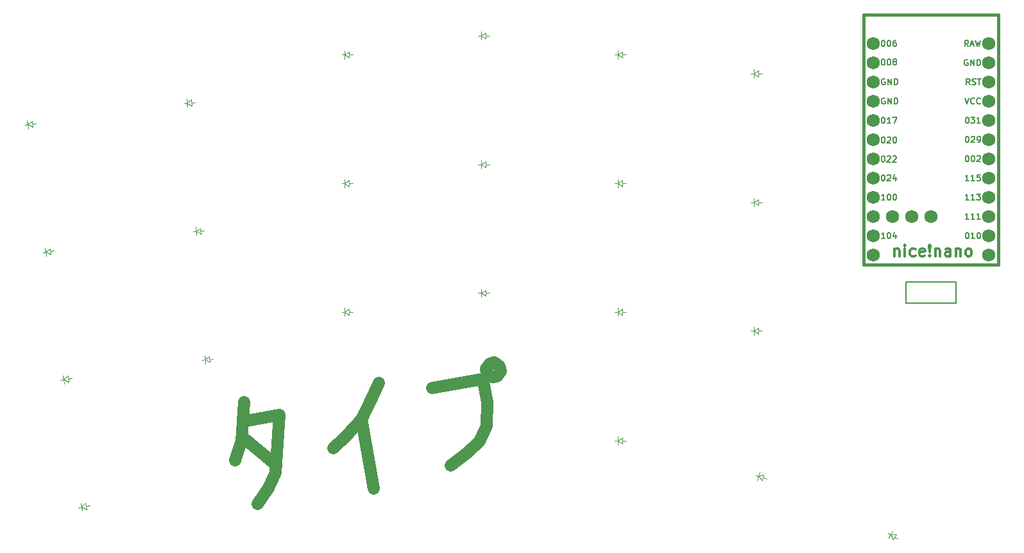
<source format=gbr>
%TF.GenerationSoftware,KiCad,Pcbnew,9.0.3*%
%TF.CreationDate,2025-07-25T16:03:50+02:00*%
%TF.ProjectId,left_pcb,6c656674-5f70-4636-922e-6b696361645f,v1.0.0*%
%TF.SameCoordinates,Original*%
%TF.FileFunction,Legend,Top*%
%TF.FilePolarity,Positive*%
%FSLAX46Y46*%
G04 Gerber Fmt 4.6, Leading zero omitted, Abs format (unit mm)*
G04 Created by KiCad (PCBNEW 9.0.3) date 2025-07-25 16:03:50*
%MOMM*%
%LPD*%
G01*
G04 APERTURE LIST*
%ADD10C,1.625000*%
%ADD11C,0.150000*%
%ADD12C,0.300000*%
%ADD13C,0.100000*%
%ADD14C,0.381000*%
%ADD15C,1.752600*%
G04 APERTURE END LIST*
D10*
X109026592Y-144359742D02*
X112719786Y-147480117D01*
X108776263Y-139375103D02*
X108596606Y-141921171D01*
X108596606Y-141921171D02*
X108416949Y-144467239D01*
X108416949Y-144467239D02*
X107627650Y-147120803D01*
X109206249Y-141813674D02*
X113473750Y-141061199D01*
X113473750Y-141061199D02*
X113294093Y-143607267D01*
X113294093Y-143607267D02*
X113114436Y-146153335D01*
X113114436Y-146153335D02*
X112934779Y-148699403D01*
X112934779Y-148699403D02*
X112037982Y-150743325D01*
X112037982Y-150743325D02*
X110531543Y-152894743D01*
X124267665Y-141672330D02*
X125880112Y-150816973D01*
X126563404Y-136867347D02*
X125666608Y-138911269D01*
X125666608Y-138911269D02*
X124267665Y-141672330D01*
X124267665Y-141672330D02*
X122151583Y-143931245D01*
X122151583Y-143931245D02*
X120537647Y-145473020D01*
X133591966Y-137513814D02*
X140298038Y-136331353D01*
X140298038Y-136331353D02*
X140835520Y-139379567D01*
X140835520Y-139379567D02*
X140763360Y-142535278D01*
X140763360Y-142535278D02*
X139866563Y-144579200D01*
X139866563Y-144579200D02*
X138252628Y-146120975D01*
X138252628Y-146120975D02*
X136029049Y-147770247D01*
X141194834Y-134287431D02*
X141804477Y-134179935D01*
X141804477Y-134179935D02*
X142521616Y-134682081D01*
X142521616Y-134682081D02*
X142629113Y-135291724D01*
X142629113Y-135291724D02*
X142126966Y-136008863D01*
X142126966Y-136008863D02*
X141517323Y-136116360D01*
X141517323Y-136116360D02*
X140800184Y-135614214D01*
X140800184Y-135614214D02*
X140692688Y-135004571D01*
X140692688Y-135004571D02*
X141194834Y-134287431D01*
D11*
X193121142Y-94090351D02*
X193197332Y-94090351D01*
X193197332Y-94090351D02*
X193273523Y-94128446D01*
X193273523Y-94128446D02*
X193311618Y-94166541D01*
X193311618Y-94166541D02*
X193349713Y-94242732D01*
X193349713Y-94242732D02*
X193387808Y-94395113D01*
X193387808Y-94395113D02*
X193387808Y-94585589D01*
X193387808Y-94585589D02*
X193349713Y-94737970D01*
X193349713Y-94737970D02*
X193311618Y-94814160D01*
X193311618Y-94814160D02*
X193273523Y-94852256D01*
X193273523Y-94852256D02*
X193197332Y-94890351D01*
X193197332Y-94890351D02*
X193121142Y-94890351D01*
X193121142Y-94890351D02*
X193044951Y-94852256D01*
X193044951Y-94852256D02*
X193006856Y-94814160D01*
X193006856Y-94814160D02*
X192968761Y-94737970D01*
X192968761Y-94737970D02*
X192930665Y-94585589D01*
X192930665Y-94585589D02*
X192930665Y-94395113D01*
X192930665Y-94395113D02*
X192968761Y-94242732D01*
X192968761Y-94242732D02*
X193006856Y-94166541D01*
X193006856Y-94166541D02*
X193044951Y-94128446D01*
X193044951Y-94128446D02*
X193121142Y-94090351D01*
X193883047Y-94090351D02*
X193959237Y-94090351D01*
X193959237Y-94090351D02*
X194035428Y-94128446D01*
X194035428Y-94128446D02*
X194073523Y-94166541D01*
X194073523Y-94166541D02*
X194111618Y-94242732D01*
X194111618Y-94242732D02*
X194149713Y-94395113D01*
X194149713Y-94395113D02*
X194149713Y-94585589D01*
X194149713Y-94585589D02*
X194111618Y-94737970D01*
X194111618Y-94737970D02*
X194073523Y-94814160D01*
X194073523Y-94814160D02*
X194035428Y-94852256D01*
X194035428Y-94852256D02*
X193959237Y-94890351D01*
X193959237Y-94890351D02*
X193883047Y-94890351D01*
X193883047Y-94890351D02*
X193806856Y-94852256D01*
X193806856Y-94852256D02*
X193768761Y-94814160D01*
X193768761Y-94814160D02*
X193730666Y-94737970D01*
X193730666Y-94737970D02*
X193692570Y-94585589D01*
X193692570Y-94585589D02*
X193692570Y-94395113D01*
X193692570Y-94395113D02*
X193730666Y-94242732D01*
X193730666Y-94242732D02*
X193768761Y-94166541D01*
X193768761Y-94166541D02*
X193806856Y-94128446D01*
X193806856Y-94128446D02*
X193883047Y-94090351D01*
X194606856Y-94433208D02*
X194530666Y-94395113D01*
X194530666Y-94395113D02*
X194492571Y-94357017D01*
X194492571Y-94357017D02*
X194454475Y-94280827D01*
X194454475Y-94280827D02*
X194454475Y-94242732D01*
X194454475Y-94242732D02*
X194492571Y-94166541D01*
X194492571Y-94166541D02*
X194530666Y-94128446D01*
X194530666Y-94128446D02*
X194606856Y-94090351D01*
X194606856Y-94090351D02*
X194759237Y-94090351D01*
X194759237Y-94090351D02*
X194835428Y-94128446D01*
X194835428Y-94128446D02*
X194873523Y-94166541D01*
X194873523Y-94166541D02*
X194911618Y-94242732D01*
X194911618Y-94242732D02*
X194911618Y-94280827D01*
X194911618Y-94280827D02*
X194873523Y-94357017D01*
X194873523Y-94357017D02*
X194835428Y-94395113D01*
X194835428Y-94395113D02*
X194759237Y-94433208D01*
X194759237Y-94433208D02*
X194606856Y-94433208D01*
X194606856Y-94433208D02*
X194530666Y-94471303D01*
X194530666Y-94471303D02*
X194492571Y-94509398D01*
X194492571Y-94509398D02*
X194454475Y-94585589D01*
X194454475Y-94585589D02*
X194454475Y-94737970D01*
X194454475Y-94737970D02*
X194492571Y-94814160D01*
X194492571Y-94814160D02*
X194530666Y-94852256D01*
X194530666Y-94852256D02*
X194606856Y-94890351D01*
X194606856Y-94890351D02*
X194759237Y-94890351D01*
X194759237Y-94890351D02*
X194835428Y-94852256D01*
X194835428Y-94852256D02*
X194873523Y-94814160D01*
X194873523Y-94814160D02*
X194911618Y-94737970D01*
X194911618Y-94737970D02*
X194911618Y-94585589D01*
X194911618Y-94585589D02*
X194873523Y-94509398D01*
X194873523Y-94509398D02*
X194835428Y-94471303D01*
X194835428Y-94471303D02*
X194759237Y-94433208D01*
X193121142Y-101790351D02*
X193197332Y-101790351D01*
X193197332Y-101790351D02*
X193273523Y-101828446D01*
X193273523Y-101828446D02*
X193311618Y-101866541D01*
X193311618Y-101866541D02*
X193349713Y-101942732D01*
X193349713Y-101942732D02*
X193387808Y-102095113D01*
X193387808Y-102095113D02*
X193387808Y-102285589D01*
X193387808Y-102285589D02*
X193349713Y-102437970D01*
X193349713Y-102437970D02*
X193311618Y-102514160D01*
X193311618Y-102514160D02*
X193273523Y-102552256D01*
X193273523Y-102552256D02*
X193197332Y-102590351D01*
X193197332Y-102590351D02*
X193121142Y-102590351D01*
X193121142Y-102590351D02*
X193044951Y-102552256D01*
X193044951Y-102552256D02*
X193006856Y-102514160D01*
X193006856Y-102514160D02*
X192968761Y-102437970D01*
X192968761Y-102437970D02*
X192930665Y-102285589D01*
X192930665Y-102285589D02*
X192930665Y-102095113D01*
X192930665Y-102095113D02*
X192968761Y-101942732D01*
X192968761Y-101942732D02*
X193006856Y-101866541D01*
X193006856Y-101866541D02*
X193044951Y-101828446D01*
X193044951Y-101828446D02*
X193121142Y-101790351D01*
X194149713Y-102590351D02*
X193692570Y-102590351D01*
X193921142Y-102590351D02*
X193921142Y-101790351D01*
X193921142Y-101790351D02*
X193844951Y-101904636D01*
X193844951Y-101904636D02*
X193768761Y-101980827D01*
X193768761Y-101980827D02*
X193692570Y-102018922D01*
X194416380Y-101790351D02*
X194949714Y-101790351D01*
X194949714Y-101790351D02*
X194606856Y-102590351D01*
X204608237Y-97500351D02*
X204341570Y-97119398D01*
X204151094Y-97500351D02*
X204151094Y-96700351D01*
X204151094Y-96700351D02*
X204455856Y-96700351D01*
X204455856Y-96700351D02*
X204532046Y-96738446D01*
X204532046Y-96738446D02*
X204570141Y-96776541D01*
X204570141Y-96776541D02*
X204608237Y-96852732D01*
X204608237Y-96852732D02*
X204608237Y-96967017D01*
X204608237Y-96967017D02*
X204570141Y-97043208D01*
X204570141Y-97043208D02*
X204532046Y-97081303D01*
X204532046Y-97081303D02*
X204455856Y-97119398D01*
X204455856Y-97119398D02*
X204151094Y-97119398D01*
X204912998Y-97462256D02*
X205027284Y-97500351D01*
X205027284Y-97500351D02*
X205217760Y-97500351D01*
X205217760Y-97500351D02*
X205293951Y-97462256D01*
X205293951Y-97462256D02*
X205332046Y-97424160D01*
X205332046Y-97424160D02*
X205370141Y-97347970D01*
X205370141Y-97347970D02*
X205370141Y-97271779D01*
X205370141Y-97271779D02*
X205332046Y-97195589D01*
X205332046Y-97195589D02*
X205293951Y-97157494D01*
X205293951Y-97157494D02*
X205217760Y-97119398D01*
X205217760Y-97119398D02*
X205065379Y-97081303D01*
X205065379Y-97081303D02*
X204989189Y-97043208D01*
X204989189Y-97043208D02*
X204951094Y-97005113D01*
X204951094Y-97005113D02*
X204912998Y-96928922D01*
X204912998Y-96928922D02*
X204912998Y-96852732D01*
X204912998Y-96852732D02*
X204951094Y-96776541D01*
X204951094Y-96776541D02*
X204989189Y-96738446D01*
X204989189Y-96738446D02*
X205065379Y-96700351D01*
X205065379Y-96700351D02*
X205255856Y-96700351D01*
X205255856Y-96700351D02*
X205370141Y-96738446D01*
X205598713Y-96700351D02*
X206055856Y-96700351D01*
X205827284Y-97500351D02*
X205827284Y-96700351D01*
X193121142Y-104390351D02*
X193197332Y-104390351D01*
X193197332Y-104390351D02*
X193273523Y-104428446D01*
X193273523Y-104428446D02*
X193311618Y-104466541D01*
X193311618Y-104466541D02*
X193349713Y-104542732D01*
X193349713Y-104542732D02*
X193387808Y-104695113D01*
X193387808Y-104695113D02*
X193387808Y-104885589D01*
X193387808Y-104885589D02*
X193349713Y-105037970D01*
X193349713Y-105037970D02*
X193311618Y-105114160D01*
X193311618Y-105114160D02*
X193273523Y-105152256D01*
X193273523Y-105152256D02*
X193197332Y-105190351D01*
X193197332Y-105190351D02*
X193121142Y-105190351D01*
X193121142Y-105190351D02*
X193044951Y-105152256D01*
X193044951Y-105152256D02*
X193006856Y-105114160D01*
X193006856Y-105114160D02*
X192968761Y-105037970D01*
X192968761Y-105037970D02*
X192930665Y-104885589D01*
X192930665Y-104885589D02*
X192930665Y-104695113D01*
X192930665Y-104695113D02*
X192968761Y-104542732D01*
X192968761Y-104542732D02*
X193006856Y-104466541D01*
X193006856Y-104466541D02*
X193044951Y-104428446D01*
X193044951Y-104428446D02*
X193121142Y-104390351D01*
X193692570Y-104466541D02*
X193730666Y-104428446D01*
X193730666Y-104428446D02*
X193806856Y-104390351D01*
X193806856Y-104390351D02*
X193997332Y-104390351D01*
X193997332Y-104390351D02*
X194073523Y-104428446D01*
X194073523Y-104428446D02*
X194111618Y-104466541D01*
X194111618Y-104466541D02*
X194149713Y-104542732D01*
X194149713Y-104542732D02*
X194149713Y-104618922D01*
X194149713Y-104618922D02*
X194111618Y-104733208D01*
X194111618Y-104733208D02*
X193654475Y-105190351D01*
X193654475Y-105190351D02*
X194149713Y-105190351D01*
X194644952Y-104390351D02*
X194721142Y-104390351D01*
X194721142Y-104390351D02*
X194797333Y-104428446D01*
X194797333Y-104428446D02*
X194835428Y-104466541D01*
X194835428Y-104466541D02*
X194873523Y-104542732D01*
X194873523Y-104542732D02*
X194911618Y-104695113D01*
X194911618Y-104695113D02*
X194911618Y-104885589D01*
X194911618Y-104885589D02*
X194873523Y-105037970D01*
X194873523Y-105037970D02*
X194835428Y-105114160D01*
X194835428Y-105114160D02*
X194797333Y-105152256D01*
X194797333Y-105152256D02*
X194721142Y-105190351D01*
X194721142Y-105190351D02*
X194644952Y-105190351D01*
X194644952Y-105190351D02*
X194568761Y-105152256D01*
X194568761Y-105152256D02*
X194530666Y-105114160D01*
X194530666Y-105114160D02*
X194492571Y-105037970D01*
X194492571Y-105037970D02*
X194454475Y-104885589D01*
X194454475Y-104885589D02*
X194454475Y-104695113D01*
X194454475Y-104695113D02*
X194492571Y-104542732D01*
X194492571Y-104542732D02*
X194530666Y-104466541D01*
X194530666Y-104466541D02*
X194568761Y-104428446D01*
X194568761Y-104428446D02*
X194644952Y-104390351D01*
X193387808Y-112740351D02*
X192930665Y-112740351D01*
X193159237Y-112740351D02*
X193159237Y-111940351D01*
X193159237Y-111940351D02*
X193083046Y-112054636D01*
X193083046Y-112054636D02*
X193006856Y-112130827D01*
X193006856Y-112130827D02*
X192930665Y-112168922D01*
X193883047Y-111940351D02*
X193959237Y-111940351D01*
X193959237Y-111940351D02*
X194035428Y-111978446D01*
X194035428Y-111978446D02*
X194073523Y-112016541D01*
X194073523Y-112016541D02*
X194111618Y-112092732D01*
X194111618Y-112092732D02*
X194149713Y-112245113D01*
X194149713Y-112245113D02*
X194149713Y-112435589D01*
X194149713Y-112435589D02*
X194111618Y-112587970D01*
X194111618Y-112587970D02*
X194073523Y-112664160D01*
X194073523Y-112664160D02*
X194035428Y-112702256D01*
X194035428Y-112702256D02*
X193959237Y-112740351D01*
X193959237Y-112740351D02*
X193883047Y-112740351D01*
X193883047Y-112740351D02*
X193806856Y-112702256D01*
X193806856Y-112702256D02*
X193768761Y-112664160D01*
X193768761Y-112664160D02*
X193730666Y-112587970D01*
X193730666Y-112587970D02*
X193692570Y-112435589D01*
X193692570Y-112435589D02*
X193692570Y-112245113D01*
X193692570Y-112245113D02*
X193730666Y-112092732D01*
X193730666Y-112092732D02*
X193768761Y-112016541D01*
X193768761Y-112016541D02*
X193806856Y-111978446D01*
X193806856Y-111978446D02*
X193883047Y-111940351D01*
X194644952Y-111940351D02*
X194721142Y-111940351D01*
X194721142Y-111940351D02*
X194797333Y-111978446D01*
X194797333Y-111978446D02*
X194835428Y-112016541D01*
X194835428Y-112016541D02*
X194873523Y-112092732D01*
X194873523Y-112092732D02*
X194911618Y-112245113D01*
X194911618Y-112245113D02*
X194911618Y-112435589D01*
X194911618Y-112435589D02*
X194873523Y-112587970D01*
X194873523Y-112587970D02*
X194835428Y-112664160D01*
X194835428Y-112664160D02*
X194797333Y-112702256D01*
X194797333Y-112702256D02*
X194721142Y-112740351D01*
X194721142Y-112740351D02*
X194644952Y-112740351D01*
X194644952Y-112740351D02*
X194568761Y-112702256D01*
X194568761Y-112702256D02*
X194530666Y-112664160D01*
X194530666Y-112664160D02*
X194492571Y-112587970D01*
X194492571Y-112587970D02*
X194454475Y-112435589D01*
X194454475Y-112435589D02*
X194454475Y-112245113D01*
X194454475Y-112245113D02*
X194492571Y-112092732D01*
X194492571Y-112092732D02*
X194530666Y-112016541D01*
X194530666Y-112016541D02*
X194568761Y-111978446D01*
X194568761Y-111978446D02*
X194644952Y-111940351D01*
X204462189Y-115280351D02*
X204005046Y-115280351D01*
X204233618Y-115280351D02*
X204233618Y-114480351D01*
X204233618Y-114480351D02*
X204157427Y-114594636D01*
X204157427Y-114594636D02*
X204081237Y-114670827D01*
X204081237Y-114670827D02*
X204005046Y-114708922D01*
X205224094Y-115280351D02*
X204766951Y-115280351D01*
X204995523Y-115280351D02*
X204995523Y-114480351D01*
X204995523Y-114480351D02*
X204919332Y-114594636D01*
X204919332Y-114594636D02*
X204843142Y-114670827D01*
X204843142Y-114670827D02*
X204766951Y-114708922D01*
X205985999Y-115280351D02*
X205528856Y-115280351D01*
X205757428Y-115280351D02*
X205757428Y-114480351D01*
X205757428Y-114480351D02*
X205681237Y-114594636D01*
X205681237Y-114594636D02*
X205605047Y-114670827D01*
X205605047Y-114670827D02*
X205528856Y-114708922D01*
X193121142Y-91620351D02*
X193197332Y-91620351D01*
X193197332Y-91620351D02*
X193273523Y-91658446D01*
X193273523Y-91658446D02*
X193311618Y-91696541D01*
X193311618Y-91696541D02*
X193349713Y-91772732D01*
X193349713Y-91772732D02*
X193387808Y-91925113D01*
X193387808Y-91925113D02*
X193387808Y-92115589D01*
X193387808Y-92115589D02*
X193349713Y-92267970D01*
X193349713Y-92267970D02*
X193311618Y-92344160D01*
X193311618Y-92344160D02*
X193273523Y-92382256D01*
X193273523Y-92382256D02*
X193197332Y-92420351D01*
X193197332Y-92420351D02*
X193121142Y-92420351D01*
X193121142Y-92420351D02*
X193044951Y-92382256D01*
X193044951Y-92382256D02*
X193006856Y-92344160D01*
X193006856Y-92344160D02*
X192968761Y-92267970D01*
X192968761Y-92267970D02*
X192930665Y-92115589D01*
X192930665Y-92115589D02*
X192930665Y-91925113D01*
X192930665Y-91925113D02*
X192968761Y-91772732D01*
X192968761Y-91772732D02*
X193006856Y-91696541D01*
X193006856Y-91696541D02*
X193044951Y-91658446D01*
X193044951Y-91658446D02*
X193121142Y-91620351D01*
X193883047Y-91620351D02*
X193959237Y-91620351D01*
X193959237Y-91620351D02*
X194035428Y-91658446D01*
X194035428Y-91658446D02*
X194073523Y-91696541D01*
X194073523Y-91696541D02*
X194111618Y-91772732D01*
X194111618Y-91772732D02*
X194149713Y-91925113D01*
X194149713Y-91925113D02*
X194149713Y-92115589D01*
X194149713Y-92115589D02*
X194111618Y-92267970D01*
X194111618Y-92267970D02*
X194073523Y-92344160D01*
X194073523Y-92344160D02*
X194035428Y-92382256D01*
X194035428Y-92382256D02*
X193959237Y-92420351D01*
X193959237Y-92420351D02*
X193883047Y-92420351D01*
X193883047Y-92420351D02*
X193806856Y-92382256D01*
X193806856Y-92382256D02*
X193768761Y-92344160D01*
X193768761Y-92344160D02*
X193730666Y-92267970D01*
X193730666Y-92267970D02*
X193692570Y-92115589D01*
X193692570Y-92115589D02*
X193692570Y-91925113D01*
X193692570Y-91925113D02*
X193730666Y-91772732D01*
X193730666Y-91772732D02*
X193768761Y-91696541D01*
X193768761Y-91696541D02*
X193806856Y-91658446D01*
X193806856Y-91658446D02*
X193883047Y-91620351D01*
X194835428Y-91620351D02*
X194683047Y-91620351D01*
X194683047Y-91620351D02*
X194606856Y-91658446D01*
X194606856Y-91658446D02*
X194568761Y-91696541D01*
X194568761Y-91696541D02*
X194492571Y-91810827D01*
X194492571Y-91810827D02*
X194454475Y-91963208D01*
X194454475Y-91963208D02*
X194454475Y-92267970D01*
X194454475Y-92267970D02*
X194492571Y-92344160D01*
X194492571Y-92344160D02*
X194530666Y-92382256D01*
X194530666Y-92382256D02*
X194606856Y-92420351D01*
X194606856Y-92420351D02*
X194759237Y-92420351D01*
X194759237Y-92420351D02*
X194835428Y-92382256D01*
X194835428Y-92382256D02*
X194873523Y-92344160D01*
X194873523Y-92344160D02*
X194911618Y-92267970D01*
X194911618Y-92267970D02*
X194911618Y-92077494D01*
X194911618Y-92077494D02*
X194873523Y-92001303D01*
X194873523Y-92001303D02*
X194835428Y-91963208D01*
X194835428Y-91963208D02*
X194759237Y-91925113D01*
X194759237Y-91925113D02*
X194606856Y-91925113D01*
X194606856Y-91925113D02*
X194530666Y-91963208D01*
X194530666Y-91963208D02*
X194492571Y-92001303D01*
X194492571Y-92001303D02*
X194454475Y-92077494D01*
X193121143Y-109400349D02*
X193197333Y-109400349D01*
X193197333Y-109400349D02*
X193273524Y-109438444D01*
X193273524Y-109438444D02*
X193311619Y-109476539D01*
X193311619Y-109476539D02*
X193349714Y-109552730D01*
X193349714Y-109552730D02*
X193387809Y-109705111D01*
X193387809Y-109705111D02*
X193387809Y-109895587D01*
X193387809Y-109895587D02*
X193349714Y-110047968D01*
X193349714Y-110047968D02*
X193311619Y-110124158D01*
X193311619Y-110124158D02*
X193273524Y-110162254D01*
X193273524Y-110162254D02*
X193197333Y-110200349D01*
X193197333Y-110200349D02*
X193121143Y-110200349D01*
X193121143Y-110200349D02*
X193044952Y-110162254D01*
X193044952Y-110162254D02*
X193006857Y-110124158D01*
X193006857Y-110124158D02*
X192968762Y-110047968D01*
X192968762Y-110047968D02*
X192930666Y-109895587D01*
X192930666Y-109895587D02*
X192930666Y-109705111D01*
X192930666Y-109705111D02*
X192968762Y-109552730D01*
X192968762Y-109552730D02*
X193006857Y-109476539D01*
X193006857Y-109476539D02*
X193044952Y-109438444D01*
X193044952Y-109438444D02*
X193121143Y-109400349D01*
X193692571Y-109476539D02*
X193730667Y-109438444D01*
X193730667Y-109438444D02*
X193806857Y-109400349D01*
X193806857Y-109400349D02*
X193997333Y-109400349D01*
X193997333Y-109400349D02*
X194073524Y-109438444D01*
X194073524Y-109438444D02*
X194111619Y-109476539D01*
X194111619Y-109476539D02*
X194149714Y-109552730D01*
X194149714Y-109552730D02*
X194149714Y-109628920D01*
X194149714Y-109628920D02*
X194111619Y-109743206D01*
X194111619Y-109743206D02*
X193654476Y-110200349D01*
X193654476Y-110200349D02*
X194149714Y-110200349D01*
X194835429Y-109667015D02*
X194835429Y-110200349D01*
X194644953Y-109362254D02*
X194454476Y-109933682D01*
X194454476Y-109933682D02*
X194949715Y-109933682D01*
X193387808Y-117820351D02*
X192930665Y-117820351D01*
X193159237Y-117820351D02*
X193159237Y-117020351D01*
X193159237Y-117020351D02*
X193083046Y-117134636D01*
X193083046Y-117134636D02*
X193006856Y-117210827D01*
X193006856Y-117210827D02*
X192930665Y-117248922D01*
X193883047Y-117020351D02*
X193959237Y-117020351D01*
X193959237Y-117020351D02*
X194035428Y-117058446D01*
X194035428Y-117058446D02*
X194073523Y-117096541D01*
X194073523Y-117096541D02*
X194111618Y-117172732D01*
X194111618Y-117172732D02*
X194149713Y-117325113D01*
X194149713Y-117325113D02*
X194149713Y-117515589D01*
X194149713Y-117515589D02*
X194111618Y-117667970D01*
X194111618Y-117667970D02*
X194073523Y-117744160D01*
X194073523Y-117744160D02*
X194035428Y-117782256D01*
X194035428Y-117782256D02*
X193959237Y-117820351D01*
X193959237Y-117820351D02*
X193883047Y-117820351D01*
X193883047Y-117820351D02*
X193806856Y-117782256D01*
X193806856Y-117782256D02*
X193768761Y-117744160D01*
X193768761Y-117744160D02*
X193730666Y-117667970D01*
X193730666Y-117667970D02*
X193692570Y-117515589D01*
X193692570Y-117515589D02*
X193692570Y-117325113D01*
X193692570Y-117325113D02*
X193730666Y-117172732D01*
X193730666Y-117172732D02*
X193768761Y-117096541D01*
X193768761Y-117096541D02*
X193806856Y-117058446D01*
X193806856Y-117058446D02*
X193883047Y-117020351D01*
X194835428Y-117287017D02*
X194835428Y-117820351D01*
X194644952Y-116982256D02*
X194454475Y-117553684D01*
X194454475Y-117553684D02*
X194949714Y-117553684D01*
X193387808Y-96738446D02*
X193311618Y-96700351D01*
X193311618Y-96700351D02*
X193197332Y-96700351D01*
X193197332Y-96700351D02*
X193083046Y-96738446D01*
X193083046Y-96738446D02*
X193006856Y-96814636D01*
X193006856Y-96814636D02*
X192968761Y-96890827D01*
X192968761Y-96890827D02*
X192930665Y-97043208D01*
X192930665Y-97043208D02*
X192930665Y-97157494D01*
X192930665Y-97157494D02*
X192968761Y-97309875D01*
X192968761Y-97309875D02*
X193006856Y-97386065D01*
X193006856Y-97386065D02*
X193083046Y-97462256D01*
X193083046Y-97462256D02*
X193197332Y-97500351D01*
X193197332Y-97500351D02*
X193273523Y-97500351D01*
X193273523Y-97500351D02*
X193387808Y-97462256D01*
X193387808Y-97462256D02*
X193425904Y-97424160D01*
X193425904Y-97424160D02*
X193425904Y-97157494D01*
X193425904Y-97157494D02*
X193273523Y-97157494D01*
X193768761Y-97500351D02*
X193768761Y-96700351D01*
X193768761Y-96700351D02*
X194225904Y-97500351D01*
X194225904Y-97500351D02*
X194225904Y-96700351D01*
X194606856Y-97500351D02*
X194606856Y-96700351D01*
X194606856Y-96700351D02*
X194797332Y-96700351D01*
X194797332Y-96700351D02*
X194911618Y-96738446D01*
X194911618Y-96738446D02*
X194987808Y-96814636D01*
X194987808Y-96814636D02*
X195025903Y-96890827D01*
X195025903Y-96890827D02*
X195063999Y-97043208D01*
X195063999Y-97043208D02*
X195063999Y-97157494D01*
X195063999Y-97157494D02*
X195025903Y-97309875D01*
X195025903Y-97309875D02*
X194987808Y-97386065D01*
X194987808Y-97386065D02*
X194911618Y-97462256D01*
X194911618Y-97462256D02*
X194797332Y-97500351D01*
X194797332Y-97500351D02*
X194606856Y-97500351D01*
X204195523Y-106860351D02*
X204271713Y-106860351D01*
X204271713Y-106860351D02*
X204347904Y-106898446D01*
X204347904Y-106898446D02*
X204385999Y-106936541D01*
X204385999Y-106936541D02*
X204424094Y-107012732D01*
X204424094Y-107012732D02*
X204462189Y-107165113D01*
X204462189Y-107165113D02*
X204462189Y-107355589D01*
X204462189Y-107355589D02*
X204424094Y-107507970D01*
X204424094Y-107507970D02*
X204385999Y-107584160D01*
X204385999Y-107584160D02*
X204347904Y-107622256D01*
X204347904Y-107622256D02*
X204271713Y-107660351D01*
X204271713Y-107660351D02*
X204195523Y-107660351D01*
X204195523Y-107660351D02*
X204119332Y-107622256D01*
X204119332Y-107622256D02*
X204081237Y-107584160D01*
X204081237Y-107584160D02*
X204043142Y-107507970D01*
X204043142Y-107507970D02*
X204005046Y-107355589D01*
X204005046Y-107355589D02*
X204005046Y-107165113D01*
X204005046Y-107165113D02*
X204043142Y-107012732D01*
X204043142Y-107012732D02*
X204081237Y-106936541D01*
X204081237Y-106936541D02*
X204119332Y-106898446D01*
X204119332Y-106898446D02*
X204195523Y-106860351D01*
X204957428Y-106860351D02*
X205033618Y-106860351D01*
X205033618Y-106860351D02*
X205109809Y-106898446D01*
X205109809Y-106898446D02*
X205147904Y-106936541D01*
X205147904Y-106936541D02*
X205185999Y-107012732D01*
X205185999Y-107012732D02*
X205224094Y-107165113D01*
X205224094Y-107165113D02*
X205224094Y-107355589D01*
X205224094Y-107355589D02*
X205185999Y-107507970D01*
X205185999Y-107507970D02*
X205147904Y-107584160D01*
X205147904Y-107584160D02*
X205109809Y-107622256D01*
X205109809Y-107622256D02*
X205033618Y-107660351D01*
X205033618Y-107660351D02*
X204957428Y-107660351D01*
X204957428Y-107660351D02*
X204881237Y-107622256D01*
X204881237Y-107622256D02*
X204843142Y-107584160D01*
X204843142Y-107584160D02*
X204805047Y-107507970D01*
X204805047Y-107507970D02*
X204766951Y-107355589D01*
X204766951Y-107355589D02*
X204766951Y-107165113D01*
X204766951Y-107165113D02*
X204805047Y-107012732D01*
X204805047Y-107012732D02*
X204843142Y-106936541D01*
X204843142Y-106936541D02*
X204881237Y-106898446D01*
X204881237Y-106898446D02*
X204957428Y-106860351D01*
X205528856Y-106936541D02*
X205566952Y-106898446D01*
X205566952Y-106898446D02*
X205643142Y-106860351D01*
X205643142Y-106860351D02*
X205833618Y-106860351D01*
X205833618Y-106860351D02*
X205909809Y-106898446D01*
X205909809Y-106898446D02*
X205947904Y-106936541D01*
X205947904Y-106936541D02*
X205985999Y-107012732D01*
X205985999Y-107012732D02*
X205985999Y-107088922D01*
X205985999Y-107088922D02*
X205947904Y-107203208D01*
X205947904Y-107203208D02*
X205490761Y-107660351D01*
X205490761Y-107660351D02*
X205985999Y-107660351D01*
X204195523Y-117020351D02*
X204271713Y-117020351D01*
X204271713Y-117020351D02*
X204347904Y-117058446D01*
X204347904Y-117058446D02*
X204385999Y-117096541D01*
X204385999Y-117096541D02*
X204424094Y-117172732D01*
X204424094Y-117172732D02*
X204462189Y-117325113D01*
X204462189Y-117325113D02*
X204462189Y-117515589D01*
X204462189Y-117515589D02*
X204424094Y-117667970D01*
X204424094Y-117667970D02*
X204385999Y-117744160D01*
X204385999Y-117744160D02*
X204347904Y-117782256D01*
X204347904Y-117782256D02*
X204271713Y-117820351D01*
X204271713Y-117820351D02*
X204195523Y-117820351D01*
X204195523Y-117820351D02*
X204119332Y-117782256D01*
X204119332Y-117782256D02*
X204081237Y-117744160D01*
X204081237Y-117744160D02*
X204043142Y-117667970D01*
X204043142Y-117667970D02*
X204005046Y-117515589D01*
X204005046Y-117515589D02*
X204005046Y-117325113D01*
X204005046Y-117325113D02*
X204043142Y-117172732D01*
X204043142Y-117172732D02*
X204081237Y-117096541D01*
X204081237Y-117096541D02*
X204119332Y-117058446D01*
X204119332Y-117058446D02*
X204195523Y-117020351D01*
X205224094Y-117820351D02*
X204766951Y-117820351D01*
X204995523Y-117820351D02*
X204995523Y-117020351D01*
X204995523Y-117020351D02*
X204919332Y-117134636D01*
X204919332Y-117134636D02*
X204843142Y-117210827D01*
X204843142Y-117210827D02*
X204766951Y-117248922D01*
X205719333Y-117020351D02*
X205795523Y-117020351D01*
X205795523Y-117020351D02*
X205871714Y-117058446D01*
X205871714Y-117058446D02*
X205909809Y-117096541D01*
X205909809Y-117096541D02*
X205947904Y-117172732D01*
X205947904Y-117172732D02*
X205985999Y-117325113D01*
X205985999Y-117325113D02*
X205985999Y-117515589D01*
X205985999Y-117515589D02*
X205947904Y-117667970D01*
X205947904Y-117667970D02*
X205909809Y-117744160D01*
X205909809Y-117744160D02*
X205871714Y-117782256D01*
X205871714Y-117782256D02*
X205795523Y-117820351D01*
X205795523Y-117820351D02*
X205719333Y-117820351D01*
X205719333Y-117820351D02*
X205643142Y-117782256D01*
X205643142Y-117782256D02*
X205605047Y-117744160D01*
X205605047Y-117744160D02*
X205566952Y-117667970D01*
X205566952Y-117667970D02*
X205528856Y-117515589D01*
X205528856Y-117515589D02*
X205528856Y-117325113D01*
X205528856Y-117325113D02*
X205566952Y-117172732D01*
X205566952Y-117172732D02*
X205605047Y-117096541D01*
X205605047Y-117096541D02*
X205643142Y-117058446D01*
X205643142Y-117058446D02*
X205719333Y-117020351D01*
X203928856Y-99240351D02*
X204195523Y-100040351D01*
X204195523Y-100040351D02*
X204462189Y-99240351D01*
X205185999Y-99964160D02*
X205147903Y-100002256D01*
X205147903Y-100002256D02*
X205033618Y-100040351D01*
X205033618Y-100040351D02*
X204957427Y-100040351D01*
X204957427Y-100040351D02*
X204843141Y-100002256D01*
X204843141Y-100002256D02*
X204766951Y-99926065D01*
X204766951Y-99926065D02*
X204728856Y-99849875D01*
X204728856Y-99849875D02*
X204690760Y-99697494D01*
X204690760Y-99697494D02*
X204690760Y-99583208D01*
X204690760Y-99583208D02*
X204728856Y-99430827D01*
X204728856Y-99430827D02*
X204766951Y-99354636D01*
X204766951Y-99354636D02*
X204843141Y-99278446D01*
X204843141Y-99278446D02*
X204957427Y-99240351D01*
X204957427Y-99240351D02*
X205033618Y-99240351D01*
X205033618Y-99240351D02*
X205147903Y-99278446D01*
X205147903Y-99278446D02*
X205185999Y-99316541D01*
X205985999Y-99964160D02*
X205947903Y-100002256D01*
X205947903Y-100002256D02*
X205833618Y-100040351D01*
X205833618Y-100040351D02*
X205757427Y-100040351D01*
X205757427Y-100040351D02*
X205643141Y-100002256D01*
X205643141Y-100002256D02*
X205566951Y-99926065D01*
X205566951Y-99926065D02*
X205528856Y-99849875D01*
X205528856Y-99849875D02*
X205490760Y-99697494D01*
X205490760Y-99697494D02*
X205490760Y-99583208D01*
X205490760Y-99583208D02*
X205528856Y-99430827D01*
X205528856Y-99430827D02*
X205566951Y-99354636D01*
X205566951Y-99354636D02*
X205643141Y-99278446D01*
X205643141Y-99278446D02*
X205757427Y-99240351D01*
X205757427Y-99240351D02*
X205833618Y-99240351D01*
X205833618Y-99240351D02*
X205947903Y-99278446D01*
X205947903Y-99278446D02*
X205985999Y-99316541D01*
X204462189Y-112740351D02*
X204005046Y-112740351D01*
X204233618Y-112740351D02*
X204233618Y-111940351D01*
X204233618Y-111940351D02*
X204157427Y-112054636D01*
X204157427Y-112054636D02*
X204081237Y-112130827D01*
X204081237Y-112130827D02*
X204005046Y-112168922D01*
X205224094Y-112740351D02*
X204766951Y-112740351D01*
X204995523Y-112740351D02*
X204995523Y-111940351D01*
X204995523Y-111940351D02*
X204919332Y-112054636D01*
X204919332Y-112054636D02*
X204843142Y-112130827D01*
X204843142Y-112130827D02*
X204766951Y-112168922D01*
X205490761Y-111940351D02*
X205985999Y-111940351D01*
X205985999Y-111940351D02*
X205719333Y-112245113D01*
X205719333Y-112245113D02*
X205833618Y-112245113D01*
X205833618Y-112245113D02*
X205909809Y-112283208D01*
X205909809Y-112283208D02*
X205947904Y-112321303D01*
X205947904Y-112321303D02*
X205985999Y-112397494D01*
X205985999Y-112397494D02*
X205985999Y-112587970D01*
X205985999Y-112587970D02*
X205947904Y-112664160D01*
X205947904Y-112664160D02*
X205909809Y-112702256D01*
X205909809Y-112702256D02*
X205833618Y-112740351D01*
X205833618Y-112740351D02*
X205605047Y-112740351D01*
X205605047Y-112740351D02*
X205528856Y-112702256D01*
X205528856Y-112702256D02*
X205490761Y-112664160D01*
X193387808Y-99278446D02*
X193311618Y-99240351D01*
X193311618Y-99240351D02*
X193197332Y-99240351D01*
X193197332Y-99240351D02*
X193083046Y-99278446D01*
X193083046Y-99278446D02*
X193006856Y-99354636D01*
X193006856Y-99354636D02*
X192968761Y-99430827D01*
X192968761Y-99430827D02*
X192930665Y-99583208D01*
X192930665Y-99583208D02*
X192930665Y-99697494D01*
X192930665Y-99697494D02*
X192968761Y-99849875D01*
X192968761Y-99849875D02*
X193006856Y-99926065D01*
X193006856Y-99926065D02*
X193083046Y-100002256D01*
X193083046Y-100002256D02*
X193197332Y-100040351D01*
X193197332Y-100040351D02*
X193273523Y-100040351D01*
X193273523Y-100040351D02*
X193387808Y-100002256D01*
X193387808Y-100002256D02*
X193425904Y-99964160D01*
X193425904Y-99964160D02*
X193425904Y-99697494D01*
X193425904Y-99697494D02*
X193273523Y-99697494D01*
X193768761Y-100040351D02*
X193768761Y-99240351D01*
X193768761Y-99240351D02*
X194225904Y-100040351D01*
X194225904Y-100040351D02*
X194225904Y-99240351D01*
X194606856Y-100040351D02*
X194606856Y-99240351D01*
X194606856Y-99240351D02*
X194797332Y-99240351D01*
X194797332Y-99240351D02*
X194911618Y-99278446D01*
X194911618Y-99278446D02*
X194987808Y-99354636D01*
X194987808Y-99354636D02*
X195025903Y-99430827D01*
X195025903Y-99430827D02*
X195063999Y-99583208D01*
X195063999Y-99583208D02*
X195063999Y-99697494D01*
X195063999Y-99697494D02*
X195025903Y-99849875D01*
X195025903Y-99849875D02*
X194987808Y-99926065D01*
X194987808Y-99926065D02*
X194911618Y-100002256D01*
X194911618Y-100002256D02*
X194797332Y-100040351D01*
X194797332Y-100040351D02*
X194606856Y-100040351D01*
X204303475Y-94198446D02*
X204227285Y-94160351D01*
X204227285Y-94160351D02*
X204112999Y-94160351D01*
X204112999Y-94160351D02*
X203998713Y-94198446D01*
X203998713Y-94198446D02*
X203922523Y-94274636D01*
X203922523Y-94274636D02*
X203884428Y-94350827D01*
X203884428Y-94350827D02*
X203846332Y-94503208D01*
X203846332Y-94503208D02*
X203846332Y-94617494D01*
X203846332Y-94617494D02*
X203884428Y-94769875D01*
X203884428Y-94769875D02*
X203922523Y-94846065D01*
X203922523Y-94846065D02*
X203998713Y-94922256D01*
X203998713Y-94922256D02*
X204112999Y-94960351D01*
X204112999Y-94960351D02*
X204189190Y-94960351D01*
X204189190Y-94960351D02*
X204303475Y-94922256D01*
X204303475Y-94922256D02*
X204341571Y-94884160D01*
X204341571Y-94884160D02*
X204341571Y-94617494D01*
X204341571Y-94617494D02*
X204189190Y-94617494D01*
X204684428Y-94960351D02*
X204684428Y-94160351D01*
X204684428Y-94160351D02*
X205141571Y-94960351D01*
X205141571Y-94960351D02*
X205141571Y-94160351D01*
X205522523Y-94960351D02*
X205522523Y-94160351D01*
X205522523Y-94160351D02*
X205712999Y-94160351D01*
X205712999Y-94160351D02*
X205827285Y-94198446D01*
X205827285Y-94198446D02*
X205903475Y-94274636D01*
X205903475Y-94274636D02*
X205941570Y-94350827D01*
X205941570Y-94350827D02*
X205979666Y-94503208D01*
X205979666Y-94503208D02*
X205979666Y-94617494D01*
X205979666Y-94617494D02*
X205941570Y-94769875D01*
X205941570Y-94769875D02*
X205903475Y-94846065D01*
X205903475Y-94846065D02*
X205827285Y-94922256D01*
X205827285Y-94922256D02*
X205712999Y-94960351D01*
X205712999Y-94960351D02*
X205522523Y-94960351D01*
X204195523Y-104320351D02*
X204271713Y-104320351D01*
X204271713Y-104320351D02*
X204347904Y-104358446D01*
X204347904Y-104358446D02*
X204385999Y-104396541D01*
X204385999Y-104396541D02*
X204424094Y-104472732D01*
X204424094Y-104472732D02*
X204462189Y-104625113D01*
X204462189Y-104625113D02*
X204462189Y-104815589D01*
X204462189Y-104815589D02*
X204424094Y-104967970D01*
X204424094Y-104967970D02*
X204385999Y-105044160D01*
X204385999Y-105044160D02*
X204347904Y-105082256D01*
X204347904Y-105082256D02*
X204271713Y-105120351D01*
X204271713Y-105120351D02*
X204195523Y-105120351D01*
X204195523Y-105120351D02*
X204119332Y-105082256D01*
X204119332Y-105082256D02*
X204081237Y-105044160D01*
X204081237Y-105044160D02*
X204043142Y-104967970D01*
X204043142Y-104967970D02*
X204005046Y-104815589D01*
X204005046Y-104815589D02*
X204005046Y-104625113D01*
X204005046Y-104625113D02*
X204043142Y-104472732D01*
X204043142Y-104472732D02*
X204081237Y-104396541D01*
X204081237Y-104396541D02*
X204119332Y-104358446D01*
X204119332Y-104358446D02*
X204195523Y-104320351D01*
X204766951Y-104396541D02*
X204805047Y-104358446D01*
X204805047Y-104358446D02*
X204881237Y-104320351D01*
X204881237Y-104320351D02*
X205071713Y-104320351D01*
X205071713Y-104320351D02*
X205147904Y-104358446D01*
X205147904Y-104358446D02*
X205185999Y-104396541D01*
X205185999Y-104396541D02*
X205224094Y-104472732D01*
X205224094Y-104472732D02*
X205224094Y-104548922D01*
X205224094Y-104548922D02*
X205185999Y-104663208D01*
X205185999Y-104663208D02*
X204728856Y-105120351D01*
X204728856Y-105120351D02*
X205224094Y-105120351D01*
X205605047Y-105120351D02*
X205757428Y-105120351D01*
X205757428Y-105120351D02*
X205833618Y-105082256D01*
X205833618Y-105082256D02*
X205871714Y-105044160D01*
X205871714Y-105044160D02*
X205947904Y-104929875D01*
X205947904Y-104929875D02*
X205985999Y-104777494D01*
X205985999Y-104777494D02*
X205985999Y-104472732D01*
X205985999Y-104472732D02*
X205947904Y-104396541D01*
X205947904Y-104396541D02*
X205909809Y-104358446D01*
X205909809Y-104358446D02*
X205833618Y-104320351D01*
X205833618Y-104320351D02*
X205681237Y-104320351D01*
X205681237Y-104320351D02*
X205605047Y-104358446D01*
X205605047Y-104358446D02*
X205566952Y-104396541D01*
X205566952Y-104396541D02*
X205528856Y-104472732D01*
X205528856Y-104472732D02*
X205528856Y-104663208D01*
X205528856Y-104663208D02*
X205566952Y-104739398D01*
X205566952Y-104739398D02*
X205605047Y-104777494D01*
X205605047Y-104777494D02*
X205681237Y-104815589D01*
X205681237Y-104815589D02*
X205833618Y-104815589D01*
X205833618Y-104815589D02*
X205909809Y-104777494D01*
X205909809Y-104777494D02*
X205947904Y-104739398D01*
X205947904Y-104739398D02*
X205985999Y-104663208D01*
D12*
X194676617Y-119168384D02*
X194676617Y-120168384D01*
X194676617Y-119311241D02*
X194748046Y-119239813D01*
X194748046Y-119239813D02*
X194890903Y-119168384D01*
X194890903Y-119168384D02*
X195105189Y-119168384D01*
X195105189Y-119168384D02*
X195248046Y-119239813D01*
X195248046Y-119239813D02*
X195319475Y-119382670D01*
X195319475Y-119382670D02*
X195319475Y-120168384D01*
X196033760Y-120168384D02*
X196033760Y-119168384D01*
X196033760Y-118668384D02*
X195962332Y-118739813D01*
X195962332Y-118739813D02*
X196033760Y-118811241D01*
X196033760Y-118811241D02*
X196105189Y-118739813D01*
X196105189Y-118739813D02*
X196033760Y-118668384D01*
X196033760Y-118668384D02*
X196033760Y-118811241D01*
X197390904Y-120096956D02*
X197248046Y-120168384D01*
X197248046Y-120168384D02*
X196962332Y-120168384D01*
X196962332Y-120168384D02*
X196819475Y-120096956D01*
X196819475Y-120096956D02*
X196748046Y-120025527D01*
X196748046Y-120025527D02*
X196676618Y-119882670D01*
X196676618Y-119882670D02*
X196676618Y-119454098D01*
X196676618Y-119454098D02*
X196748046Y-119311241D01*
X196748046Y-119311241D02*
X196819475Y-119239813D01*
X196819475Y-119239813D02*
X196962332Y-119168384D01*
X196962332Y-119168384D02*
X197248046Y-119168384D01*
X197248046Y-119168384D02*
X197390904Y-119239813D01*
X198605189Y-120096956D02*
X198462332Y-120168384D01*
X198462332Y-120168384D02*
X198176618Y-120168384D01*
X198176618Y-120168384D02*
X198033760Y-120096956D01*
X198033760Y-120096956D02*
X197962332Y-119954098D01*
X197962332Y-119954098D02*
X197962332Y-119382670D01*
X197962332Y-119382670D02*
X198033760Y-119239813D01*
X198033760Y-119239813D02*
X198176618Y-119168384D01*
X198176618Y-119168384D02*
X198462332Y-119168384D01*
X198462332Y-119168384D02*
X198605189Y-119239813D01*
X198605189Y-119239813D02*
X198676618Y-119382670D01*
X198676618Y-119382670D02*
X198676618Y-119525527D01*
X198676618Y-119525527D02*
X197962332Y-119668384D01*
X199319474Y-120025527D02*
X199390903Y-120096956D01*
X199390903Y-120096956D02*
X199319474Y-120168384D01*
X199319474Y-120168384D02*
X199248046Y-120096956D01*
X199248046Y-120096956D02*
X199319474Y-120025527D01*
X199319474Y-120025527D02*
X199319474Y-120168384D01*
X199319474Y-119596956D02*
X199248046Y-118739813D01*
X199248046Y-118739813D02*
X199319474Y-118668384D01*
X199319474Y-118668384D02*
X199390903Y-118739813D01*
X199390903Y-118739813D02*
X199319474Y-119596956D01*
X199319474Y-119596956D02*
X199319474Y-118668384D01*
X200033760Y-119168384D02*
X200033760Y-120168384D01*
X200033760Y-119311241D02*
X200105189Y-119239813D01*
X200105189Y-119239813D02*
X200248046Y-119168384D01*
X200248046Y-119168384D02*
X200462332Y-119168384D01*
X200462332Y-119168384D02*
X200605189Y-119239813D01*
X200605189Y-119239813D02*
X200676618Y-119382670D01*
X200676618Y-119382670D02*
X200676618Y-120168384D01*
X202033761Y-120168384D02*
X202033761Y-119382670D01*
X202033761Y-119382670D02*
X201962332Y-119239813D01*
X201962332Y-119239813D02*
X201819475Y-119168384D01*
X201819475Y-119168384D02*
X201533761Y-119168384D01*
X201533761Y-119168384D02*
X201390903Y-119239813D01*
X202033761Y-120096956D02*
X201890903Y-120168384D01*
X201890903Y-120168384D02*
X201533761Y-120168384D01*
X201533761Y-120168384D02*
X201390903Y-120096956D01*
X201390903Y-120096956D02*
X201319475Y-119954098D01*
X201319475Y-119954098D02*
X201319475Y-119811241D01*
X201319475Y-119811241D02*
X201390903Y-119668384D01*
X201390903Y-119668384D02*
X201533761Y-119596956D01*
X201533761Y-119596956D02*
X201890903Y-119596956D01*
X201890903Y-119596956D02*
X202033761Y-119525527D01*
X202748046Y-119168384D02*
X202748046Y-120168384D01*
X202748046Y-119311241D02*
X202819475Y-119239813D01*
X202819475Y-119239813D02*
X202962332Y-119168384D01*
X202962332Y-119168384D02*
X203176618Y-119168384D01*
X203176618Y-119168384D02*
X203319475Y-119239813D01*
X203319475Y-119239813D02*
X203390904Y-119382670D01*
X203390904Y-119382670D02*
X203390904Y-120168384D01*
X204319475Y-120168384D02*
X204176618Y-120096956D01*
X204176618Y-120096956D02*
X204105189Y-120025527D01*
X204105189Y-120025527D02*
X204033761Y-119882670D01*
X204033761Y-119882670D02*
X204033761Y-119454098D01*
X204033761Y-119454098D02*
X204105189Y-119311241D01*
X204105189Y-119311241D02*
X204176618Y-119239813D01*
X204176618Y-119239813D02*
X204319475Y-119168384D01*
X204319475Y-119168384D02*
X204533761Y-119168384D01*
X204533761Y-119168384D02*
X204676618Y-119239813D01*
X204676618Y-119239813D02*
X204748047Y-119311241D01*
X204748047Y-119311241D02*
X204819475Y-119454098D01*
X204819475Y-119454098D02*
X204819475Y-119882670D01*
X204819475Y-119882670D02*
X204748047Y-120025527D01*
X204748047Y-120025527D02*
X204676618Y-120096956D01*
X204676618Y-120096956D02*
X204533761Y-120168384D01*
X204533761Y-120168384D02*
X204319475Y-120168384D01*
D11*
X193121142Y-106890353D02*
X193197332Y-106890353D01*
X193197332Y-106890353D02*
X193273523Y-106928448D01*
X193273523Y-106928448D02*
X193311618Y-106966543D01*
X193311618Y-106966543D02*
X193349713Y-107042734D01*
X193349713Y-107042734D02*
X193387808Y-107195115D01*
X193387808Y-107195115D02*
X193387808Y-107385591D01*
X193387808Y-107385591D02*
X193349713Y-107537972D01*
X193349713Y-107537972D02*
X193311618Y-107614162D01*
X193311618Y-107614162D02*
X193273523Y-107652258D01*
X193273523Y-107652258D02*
X193197332Y-107690353D01*
X193197332Y-107690353D02*
X193121142Y-107690353D01*
X193121142Y-107690353D02*
X193044951Y-107652258D01*
X193044951Y-107652258D02*
X193006856Y-107614162D01*
X193006856Y-107614162D02*
X192968761Y-107537972D01*
X192968761Y-107537972D02*
X192930665Y-107385591D01*
X192930665Y-107385591D02*
X192930665Y-107195115D01*
X192930665Y-107195115D02*
X192968761Y-107042734D01*
X192968761Y-107042734D02*
X193006856Y-106966543D01*
X193006856Y-106966543D02*
X193044951Y-106928448D01*
X193044951Y-106928448D02*
X193121142Y-106890353D01*
X193692570Y-106966543D02*
X193730666Y-106928448D01*
X193730666Y-106928448D02*
X193806856Y-106890353D01*
X193806856Y-106890353D02*
X193997332Y-106890353D01*
X193997332Y-106890353D02*
X194073523Y-106928448D01*
X194073523Y-106928448D02*
X194111618Y-106966543D01*
X194111618Y-106966543D02*
X194149713Y-107042734D01*
X194149713Y-107042734D02*
X194149713Y-107118924D01*
X194149713Y-107118924D02*
X194111618Y-107233210D01*
X194111618Y-107233210D02*
X193654475Y-107690353D01*
X193654475Y-107690353D02*
X194149713Y-107690353D01*
X194454475Y-106966543D02*
X194492571Y-106928448D01*
X194492571Y-106928448D02*
X194568761Y-106890353D01*
X194568761Y-106890353D02*
X194759237Y-106890353D01*
X194759237Y-106890353D02*
X194835428Y-106928448D01*
X194835428Y-106928448D02*
X194873523Y-106966543D01*
X194873523Y-106966543D02*
X194911618Y-107042734D01*
X194911618Y-107042734D02*
X194911618Y-107118924D01*
X194911618Y-107118924D02*
X194873523Y-107233210D01*
X194873523Y-107233210D02*
X194416380Y-107690353D01*
X194416380Y-107690353D02*
X194911618Y-107690353D01*
X204379666Y-92420351D02*
X204112999Y-92039398D01*
X203922523Y-92420351D02*
X203922523Y-91620351D01*
X203922523Y-91620351D02*
X204227285Y-91620351D01*
X204227285Y-91620351D02*
X204303475Y-91658446D01*
X204303475Y-91658446D02*
X204341570Y-91696541D01*
X204341570Y-91696541D02*
X204379666Y-91772732D01*
X204379666Y-91772732D02*
X204379666Y-91887017D01*
X204379666Y-91887017D02*
X204341570Y-91963208D01*
X204341570Y-91963208D02*
X204303475Y-92001303D01*
X204303475Y-92001303D02*
X204227285Y-92039398D01*
X204227285Y-92039398D02*
X203922523Y-92039398D01*
X204684427Y-92191779D02*
X205065380Y-92191779D01*
X204608237Y-92420351D02*
X204874904Y-91620351D01*
X204874904Y-91620351D02*
X205141570Y-92420351D01*
X205332046Y-91620351D02*
X205522522Y-92420351D01*
X205522522Y-92420351D02*
X205674903Y-91848922D01*
X205674903Y-91848922D02*
X205827284Y-92420351D01*
X205827284Y-92420351D02*
X206017761Y-91620351D01*
X204195523Y-101780351D02*
X204271713Y-101780351D01*
X204271713Y-101780351D02*
X204347904Y-101818446D01*
X204347904Y-101818446D02*
X204385999Y-101856541D01*
X204385999Y-101856541D02*
X204424094Y-101932732D01*
X204424094Y-101932732D02*
X204462189Y-102085113D01*
X204462189Y-102085113D02*
X204462189Y-102275589D01*
X204462189Y-102275589D02*
X204424094Y-102427970D01*
X204424094Y-102427970D02*
X204385999Y-102504160D01*
X204385999Y-102504160D02*
X204347904Y-102542256D01*
X204347904Y-102542256D02*
X204271713Y-102580351D01*
X204271713Y-102580351D02*
X204195523Y-102580351D01*
X204195523Y-102580351D02*
X204119332Y-102542256D01*
X204119332Y-102542256D02*
X204081237Y-102504160D01*
X204081237Y-102504160D02*
X204043142Y-102427970D01*
X204043142Y-102427970D02*
X204005046Y-102275589D01*
X204005046Y-102275589D02*
X204005046Y-102085113D01*
X204005046Y-102085113D02*
X204043142Y-101932732D01*
X204043142Y-101932732D02*
X204081237Y-101856541D01*
X204081237Y-101856541D02*
X204119332Y-101818446D01*
X204119332Y-101818446D02*
X204195523Y-101780351D01*
X204728856Y-101780351D02*
X205224094Y-101780351D01*
X205224094Y-101780351D02*
X204957428Y-102085113D01*
X204957428Y-102085113D02*
X205071713Y-102085113D01*
X205071713Y-102085113D02*
X205147904Y-102123208D01*
X205147904Y-102123208D02*
X205185999Y-102161303D01*
X205185999Y-102161303D02*
X205224094Y-102237494D01*
X205224094Y-102237494D02*
X205224094Y-102427970D01*
X205224094Y-102427970D02*
X205185999Y-102504160D01*
X205185999Y-102504160D02*
X205147904Y-102542256D01*
X205147904Y-102542256D02*
X205071713Y-102580351D01*
X205071713Y-102580351D02*
X204843142Y-102580351D01*
X204843142Y-102580351D02*
X204766951Y-102542256D01*
X204766951Y-102542256D02*
X204728856Y-102504160D01*
X205985999Y-102580351D02*
X205528856Y-102580351D01*
X205757428Y-102580351D02*
X205757428Y-101780351D01*
X205757428Y-101780351D02*
X205681237Y-101894636D01*
X205681237Y-101894636D02*
X205605047Y-101970827D01*
X205605047Y-101970827D02*
X205528856Y-102008922D01*
X204462189Y-110200351D02*
X204005046Y-110200351D01*
X204233618Y-110200351D02*
X204233618Y-109400351D01*
X204233618Y-109400351D02*
X204157427Y-109514636D01*
X204157427Y-109514636D02*
X204081237Y-109590827D01*
X204081237Y-109590827D02*
X204005046Y-109628922D01*
X205224094Y-110200351D02*
X204766951Y-110200351D01*
X204995523Y-110200351D02*
X204995523Y-109400351D01*
X204995523Y-109400351D02*
X204919332Y-109514636D01*
X204919332Y-109514636D02*
X204843142Y-109590827D01*
X204843142Y-109590827D02*
X204766951Y-109628922D01*
X205947904Y-109400351D02*
X205566952Y-109400351D01*
X205566952Y-109400351D02*
X205528856Y-109781303D01*
X205528856Y-109781303D02*
X205566952Y-109743208D01*
X205566952Y-109743208D02*
X205643142Y-109705113D01*
X205643142Y-109705113D02*
X205833618Y-109705113D01*
X205833618Y-109705113D02*
X205909809Y-109743208D01*
X205909809Y-109743208D02*
X205947904Y-109781303D01*
X205947904Y-109781303D02*
X205985999Y-109857494D01*
X205985999Y-109857494D02*
X205985999Y-110047970D01*
X205985999Y-110047970D02*
X205947904Y-110124160D01*
X205947904Y-110124160D02*
X205909809Y-110162256D01*
X205909809Y-110162256D02*
X205833618Y-110200351D01*
X205833618Y-110200351D02*
X205643142Y-110200351D01*
X205643142Y-110200351D02*
X205566952Y-110162256D01*
X205566952Y-110162256D02*
X205528856Y-110124160D01*
%TO.C,T1*%
X196158338Y-123528052D02*
X196158336Y-126378054D01*
X197508336Y-126378054D02*
X201408336Y-126378054D01*
X199458336Y-126378054D02*
X196158336Y-126378054D01*
X199458336Y-126378054D02*
X202758336Y-126378053D01*
X202758336Y-123528054D02*
X196158338Y-123528052D01*
X202758336Y-126378053D02*
X202758336Y-123528054D01*
D13*
%TO.C,D3*%
X82247420Y-119663211D02*
X82643527Y-119607542D01*
X82643527Y-119607542D02*
X82566982Y-119062894D01*
X82643527Y-119607542D02*
X82720072Y-120152189D01*
X82643527Y-119607542D02*
X83182019Y-119127930D01*
X83182019Y-119127930D02*
X83293357Y-119920145D01*
X83237688Y-119524038D02*
X83732822Y-119454451D01*
X83293357Y-119920145D02*
X82643527Y-119607542D01*
%TO.C,D8*%
X121708336Y-127528058D02*
X122108337Y-127528055D01*
X122108337Y-127528055D02*
X122108336Y-128078058D01*
X122108337Y-127528055D02*
X122108337Y-126978055D01*
X122108337Y-127528055D02*
X122708337Y-127128055D01*
X122708337Y-127128055D02*
X122708337Y-127928055D01*
X122708337Y-127528055D02*
X123208338Y-127528052D01*
X122708337Y-127928055D02*
X122108337Y-127528055D01*
%TO.C,D14*%
X157708335Y-144528058D02*
X158108336Y-144528055D01*
X158108336Y-144528055D02*
X158108335Y-145078058D01*
X158108336Y-144528055D02*
X158108336Y-143978055D01*
X158108336Y-144528055D02*
X158708336Y-144128055D01*
X158708336Y-144128055D02*
X158708336Y-144928055D01*
X158708336Y-144528055D02*
X159208337Y-144528052D01*
X158708336Y-144928055D02*
X158108336Y-144528055D01*
%TO.C,D12*%
X139708334Y-108028057D02*
X140108335Y-108028054D01*
X140108335Y-108028054D02*
X140108334Y-108578057D01*
X140108335Y-108028054D02*
X140108335Y-107478054D01*
X140108335Y-108028054D02*
X140708335Y-107628054D01*
X140708335Y-107628054D02*
X140708335Y-108428054D01*
X140708335Y-108028054D02*
X141208336Y-108028051D01*
X140708335Y-108428054D02*
X140108335Y-108028054D01*
%TO.C,D2*%
X84613363Y-136497770D02*
X85009470Y-136442101D01*
X85009470Y-136442101D02*
X84932925Y-135897453D01*
X85009470Y-136442101D02*
X85086015Y-136986748D01*
X85009470Y-136442101D02*
X85547962Y-135962489D01*
X85547962Y-135962489D02*
X85659300Y-136754704D01*
X85603631Y-136358597D02*
X86098765Y-136289010D01*
X85659300Y-136754704D02*
X85009470Y-136442101D01*
%TO.C,D9*%
X121708336Y-110528057D02*
X122108337Y-110528054D01*
X122108337Y-110528054D02*
X122108336Y-111078057D01*
X122108337Y-110528054D02*
X122108337Y-109978054D01*
X122108337Y-110528054D02*
X122708337Y-110128054D01*
X122708337Y-110128054D02*
X122708337Y-110928054D01*
X122708337Y-110528054D02*
X123208338Y-110528051D01*
X122708337Y-110928054D02*
X122108337Y-110528054D01*
%TO.C,D18*%
X175708333Y-130028056D02*
X176108334Y-130028053D01*
X176108334Y-130028053D02*
X176108333Y-130578056D01*
X176108334Y-130028053D02*
X176108334Y-129478053D01*
X176108334Y-130028053D02*
X176708334Y-129628053D01*
X176708334Y-129628053D02*
X176708334Y-130428053D01*
X176708334Y-130028053D02*
X177208335Y-130028050D01*
X176708334Y-130428053D02*
X176108334Y-130028053D01*
%TO.C,D1*%
X86979305Y-153332330D02*
X87375412Y-153276661D01*
X87375412Y-153276661D02*
X87298867Y-152732013D01*
X87375412Y-153276661D02*
X87451957Y-153821308D01*
X87375412Y-153276661D02*
X87913904Y-152797049D01*
X87913904Y-152797049D02*
X88025242Y-153589264D01*
X87969573Y-153193157D02*
X88464707Y-153123570D01*
X88025242Y-153589264D02*
X87375412Y-153276661D01*
%TO.C,D19*%
X175708335Y-113028058D02*
X176108336Y-113028055D01*
X176108336Y-113028055D02*
X176108335Y-113578058D01*
X176108336Y-113028055D02*
X176108336Y-112478055D01*
X176108336Y-113028055D02*
X176708336Y-112628055D01*
X176708336Y-112628055D02*
X176708336Y-113428055D01*
X176708336Y-113028055D02*
X177208337Y-113028052D01*
X176708336Y-113428055D02*
X176108336Y-113028055D01*
%TO.C,D11*%
X139708332Y-125028058D02*
X140108333Y-125028055D01*
X140108333Y-125028055D02*
X140108332Y-125578058D01*
X140108333Y-125028055D02*
X140108333Y-124478055D01*
X140108333Y-125028055D02*
X140708333Y-124628055D01*
X140708333Y-124628055D02*
X140708333Y-125428055D01*
X140708333Y-125028055D02*
X141208334Y-125028052D01*
X140708333Y-125428055D02*
X140108333Y-125028055D01*
%TO.C,D6*%
X102079856Y-116894451D02*
X102478881Y-116866549D01*
X102478881Y-116866549D02*
X102440514Y-116317889D01*
X102478881Y-116866549D02*
X102517248Y-117415209D01*
X102478881Y-116866549D02*
X103049517Y-116425669D01*
X103049517Y-116425669D02*
X103105323Y-117223721D01*
X103077420Y-116824695D02*
X103576202Y-116789817D01*
X103105323Y-117223721D02*
X102478881Y-116866549D01*
%TO.C,D22*%
X193793557Y-156740005D02*
X194139967Y-156940005D01*
X194139967Y-156940005D02*
X193864967Y-157416319D01*
X194139967Y-156940005D02*
X194414966Y-156463694D01*
X194139967Y-156940005D02*
X194859582Y-156893595D01*
X194459582Y-157586415D02*
X194139967Y-156940005D01*
X194659582Y-157240003D02*
X195092595Y-157490005D01*
X194859582Y-156893595D02*
X194459582Y-157586415D01*
%TO.C,D17*%
X157708336Y-93528055D02*
X158108337Y-93528052D01*
X158108337Y-93528052D02*
X158108336Y-94078055D01*
X158108337Y-93528052D02*
X158108337Y-92978052D01*
X158108337Y-93528052D02*
X158708337Y-93128052D01*
X158708337Y-93128052D02*
X158708337Y-93928052D01*
X158708337Y-93528052D02*
X159208338Y-93528049D01*
X158708337Y-93928052D02*
X158108337Y-93528052D01*
%TO.C,D20*%
X175708333Y-96028063D02*
X176108334Y-96028060D01*
X176108334Y-96028060D02*
X176108333Y-96578063D01*
X176108334Y-96028060D02*
X176108334Y-95478060D01*
X176108334Y-96028060D02*
X176708334Y-95628060D01*
X176708334Y-95628060D02*
X176708334Y-96428060D01*
X176708334Y-96028060D02*
X177208335Y-96028057D01*
X176708334Y-96428060D02*
X176108334Y-96028060D01*
D14*
%TO.C,MCU1*%
X190568332Y-88248056D02*
X190568332Y-121268056D01*
X190568332Y-121268056D02*
X208348332Y-121268056D01*
X208348332Y-88248056D02*
X190568332Y-88248056D01*
X208348332Y-121268056D02*
X208348332Y-88248056D01*
D13*
%TO.C,D10*%
X121708334Y-93528054D02*
X122108335Y-93528051D01*
X122108335Y-93528051D02*
X122108334Y-94078054D01*
X122108335Y-93528051D02*
X122108335Y-92978051D01*
X122108335Y-93528051D02*
X122708335Y-93128051D01*
X122708335Y-93128051D02*
X122708335Y-93928051D01*
X122708335Y-93528051D02*
X123208336Y-93528048D01*
X122708335Y-93928051D02*
X122108335Y-93528051D01*
%TO.C,D21*%
X176310384Y-149146531D02*
X176696754Y-149250059D01*
X176696754Y-149250059D02*
X176554406Y-149781319D01*
X176696754Y-149250059D02*
X176839101Y-148718798D01*
X176696754Y-149250059D02*
X177379837Y-149018980D01*
X177172779Y-149791721D02*
X176696754Y-149250059D01*
X177276309Y-149405351D02*
X177759272Y-149534761D01*
X177379837Y-149018980D02*
X177172779Y-149791721D01*
%TO.C,D15*%
X157708333Y-127528060D02*
X158108334Y-127528057D01*
X158108334Y-127528057D02*
X158108333Y-128078060D01*
X158108334Y-127528057D02*
X158108334Y-126978057D01*
X158108334Y-127528057D02*
X158708334Y-127128057D01*
X158708334Y-127128057D02*
X158708334Y-127928057D01*
X158708334Y-127528057D02*
X159208335Y-127528054D01*
X158708334Y-127928057D02*
X158108334Y-127528057D01*
%TO.C,D5*%
X103265715Y-133853037D02*
X103664740Y-133825135D01*
X103664740Y-133825135D02*
X103626373Y-133276475D01*
X103664740Y-133825135D02*
X103703107Y-134373795D01*
X103664740Y-133825135D02*
X104235376Y-133384255D01*
X104235376Y-133384255D02*
X104291182Y-134182307D01*
X104263279Y-133783281D02*
X104762061Y-133748403D01*
X104291182Y-134182307D02*
X103664740Y-133825135D01*
%TO.C,D4*%
X79881478Y-102828656D02*
X80277585Y-102772987D01*
X80277585Y-102772987D02*
X80201040Y-102228339D01*
X80277585Y-102772987D02*
X80354130Y-103317634D01*
X80277585Y-102772987D02*
X80816077Y-102293375D01*
X80816077Y-102293375D02*
X80927415Y-103085590D01*
X80871746Y-102689483D02*
X81366880Y-102619896D01*
X80927415Y-103085590D02*
X80277585Y-102772987D01*
%TO.C,D7*%
X100893995Y-99935864D02*
X101293020Y-99907962D01*
X101293020Y-99907962D02*
X101254653Y-99359302D01*
X101293020Y-99907962D02*
X101331387Y-100456622D01*
X101293020Y-99907962D02*
X101863656Y-99467082D01*
X101863656Y-99467082D02*
X101919462Y-100265134D01*
X101891559Y-99866108D02*
X102390341Y-99831230D01*
X101919462Y-100265134D02*
X101293020Y-99907962D01*
%TO.C,D13*%
X139708334Y-91028057D02*
X140108335Y-91028054D01*
X140108335Y-91028054D02*
X140108334Y-91578057D01*
X140108335Y-91028054D02*
X140108335Y-90478054D01*
X140108335Y-91028054D02*
X140708335Y-90628054D01*
X140708335Y-90628054D02*
X140708335Y-91428054D01*
X140708335Y-91028054D02*
X141208336Y-91028051D01*
X140708335Y-91428054D02*
X140108335Y-91028054D01*
%TO.C,D16*%
X157708336Y-110528055D02*
X158108337Y-110528052D01*
X158108337Y-110528052D02*
X158108336Y-111078055D01*
X158108337Y-110528052D02*
X158108337Y-109978052D01*
X158108337Y-110528052D02*
X158708337Y-110128052D01*
X158708337Y-110128052D02*
X158708337Y-110928052D01*
X158708337Y-110528052D02*
X159208338Y-110528049D01*
X158708337Y-110928052D02*
X158108337Y-110528052D01*
%TD*%
D15*
%TO.C,MCU1*%
X191838332Y-92058056D03*
X191838330Y-94598057D03*
X191838332Y-97138056D03*
X191838332Y-99678056D03*
X191838332Y-102218056D03*
X191838332Y-104758056D03*
X191838332Y-107298056D03*
X191838332Y-109838056D03*
X191838332Y-112378056D03*
X191838332Y-114918056D03*
X191838331Y-117458059D03*
X191838332Y-119998056D03*
X207078332Y-119998056D03*
X207078334Y-117458055D03*
X207078332Y-114918056D03*
X207078332Y-112378056D03*
X207078332Y-109838056D03*
X207078332Y-107298056D03*
X207078332Y-104758056D03*
X207078332Y-102218056D03*
X207078332Y-99678056D03*
X207078332Y-97138056D03*
X207078333Y-94598053D03*
X207078332Y-92058056D03*
X194378332Y-114918056D03*
X196918332Y-114918056D03*
X199458332Y-114918056D03*
%TD*%
M02*

</source>
